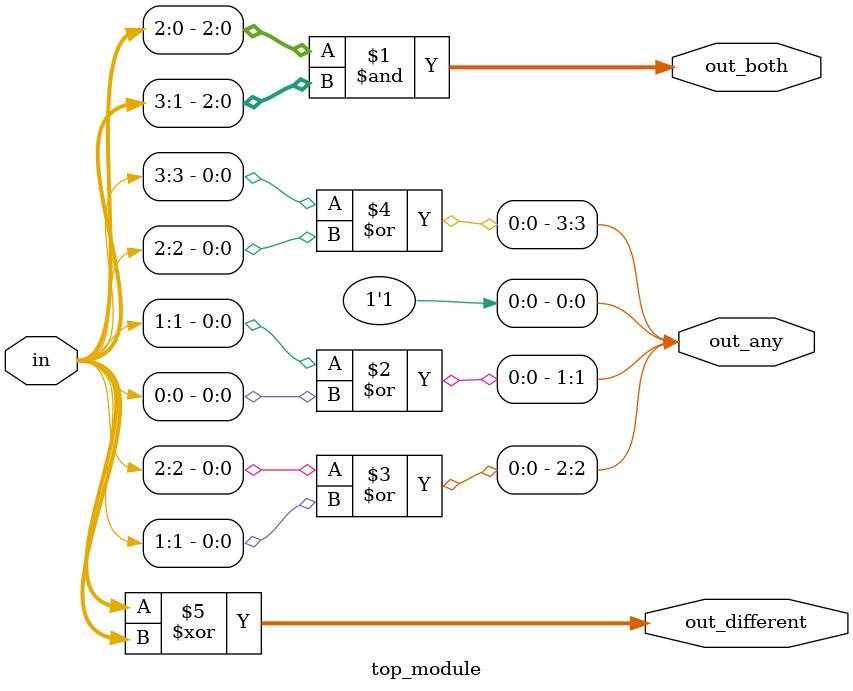
<source format=sv>
module top_module (
	input [3:0] in,
	output [2:0] out_both,
	output [3:0] out_any,
	output [3:0] out_different
);

	assign out_both = in[2:0] & in[3:1];
	assign out_any = { (in[3] | in[2]), (in[2] | in[1]), (in[1] | in[0]), 1'b1 };
	assign out_different = in ^ {in[3:1], in[0]};

endmodule

</source>
